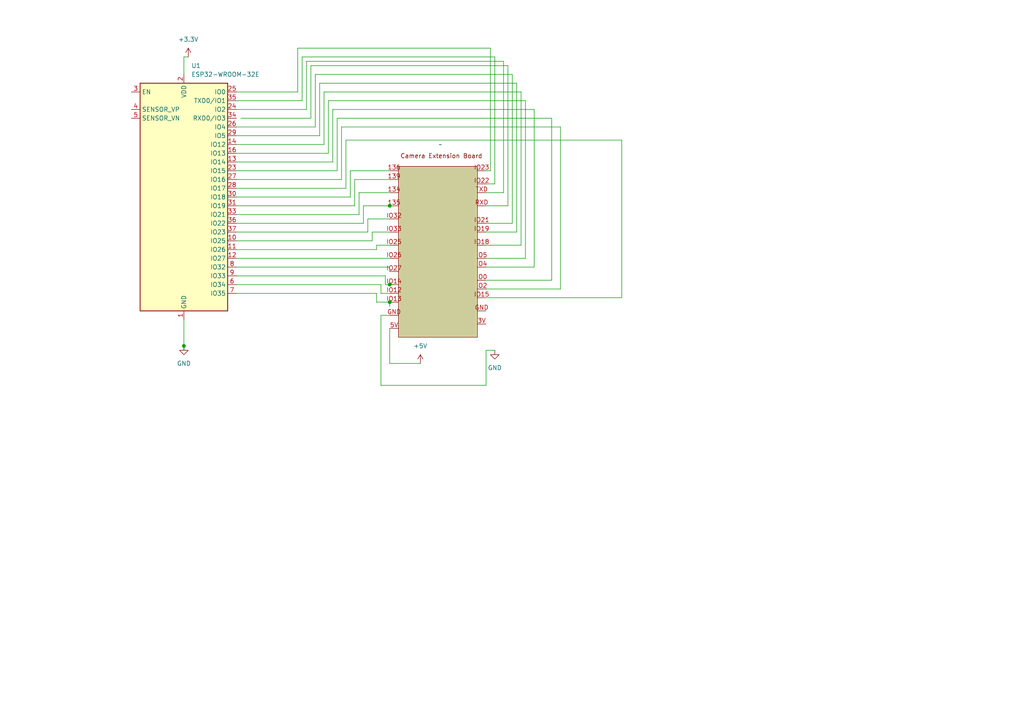
<source format=kicad_sch>
(kicad_sch (version 20250114) (generator "eeschema") (generator_version "9.0")
  (paper "A4")
  (lib_symbols
    (symbol "RF_Module:ESP32-WROOM-32E"
      (property "Reference" "U" (at -12.7 34.29 0))
      (property "Value" "ESP32-WROOM-32E" (at 1.27 34.29 0))
      (symbol "ESP32-WROOM-32E_0_1"
        (rectangle (start -12.7 33.02) (end 12.7 -33.02) (stroke (width 0.254)) (fill (type background)))
      )
      (symbol "ESP32-WROOM-32E_1_1"
        (pin input line (at -15.24 30.48 0) (length 2.54) (name "EN") (number "3"))
        (pin input line (at -15.24 25.4 0) (length 2.54) (name "SENSOR_VP") (number "4"))
        (pin input line (at -15.24 22.86 0) (length 2.54) (name "SENSOR_VN") (number "5"))
        (pin no_connect line (at -12.7 0 0) (length 2.54) (hide yes) (name "NC") (number "21"))
        (pin no_connect line (at -12.7 -2.54 0) (length 2.54) (hide yes) (name "NC") (number "22"))
        (pin no_connect line (at -12.7 -5.08 0) (length 2.54) (hide yes) (name "NC") (number "17"))
        (pin no_connect line (at -12.7 -7.62 0) (length 2.54) (hide yes) (name "NC") (number "18"))
        (pin no_connect line (at -12.7 -10.16 0) (length 2.54) (hide yes) (name "NC") (number "20"))
        (pin no_connect line (at -12.7 -12.7 0) (length 2.54) (hide yes) (name "NC") (number "19"))
        (pin no_connect line (at -12.7 -27.94 0) (length 2.54) (hide yes) (name "NC") (number "32"))
        (pin power_in line (at 0 35.56 270) (length 2.54) (name "VDD") (number "2"))
        (pin power_in line (at 0 -35.56 90) (length 2.54) (name "GND") (number "1"))
        (pin passive line (at 0 -35.56 90) (length 2.54) (hide yes) (name "GND") (number "15"))
        (pin passive line (at 0 -35.56 90) (length 2.54) (hide yes) (name "GND") (number "38"))
        (pin passive line (at 0 -35.56 90) (length 2.54) (hide yes) (name "GND") (number "39"))
        (pin bidirectional line (at 15.24 30.48 180) (length 2.54) (name "IO0") (number "25"))
        (pin bidirectional line (at 15.24 27.94 180) (length 2.54) (name "TXD0/IO1") (number "35"))
        (pin bidirectional line (at 15.24 25.4 180) (length 2.54) (name "IO2") (number "24"))
        (pin bidirectional line (at 15.24 22.86 180) (length 2.54) (name "RXD0/IO3") (number "34"))
        (pin bidirectional line (at 15.24 20.32 180) (length 2.54) (name "IO4") (number "26"))
        (pin bidirectional line (at 15.24 17.78 180) (length 2.54) (name "IO5") (number "29"))
        (pin bidirectional line (at 15.24 15.24 180) (length 2.54) (name "IO12") (number "14"))
        (pin bidirectional line (at 15.24 12.7 180) (length 2.54) (name "IO13") (number "16"))
        (pin bidirectional line (at 15.24 10.16 180) (length 2.54) (name "IO14") (number "13"))
        (pin bidirectional line (at 15.24 7.62 180) (length 2.54) (name "IO15") (number "23"))
        (pin bidirectional line (at 15.24 5.08 180) (length 2.54) (name "IO16") (number "27"))
        (pin bidirectional line (at 15.24 2.54 180) (length 2.54) (name "IO17") (number "28"))
        (pin bidirectional line (at 15.24 0 180) (length 2.54) (name "IO18") (number "30"))
        (pin bidirectional line (at 15.24 -2.54 180) (length 2.54) (name "IO19") (number "31"))
        (pin bidirectional line (at 15.24 -5.08 180) (length 2.54) (name "IO21") (number "33"))
        (pin bidirectional line (at 15.24 -7.62 180) (length 2.54) (name "IO22") (number "36"))
        (pin bidirectional line (at 15.24 -10.16 180) (length 2.54) (name "IO23") (number "37"))
        (pin bidirectional line (at 15.24 -12.7 180) (length 2.54) (name "IO25") (number "10"))
        (pin bidirectional line (at 15.24 -15.24 180) (length 2.54) (name "IO26") (number "11"))
        (pin bidirectional line (at 15.24 -17.78 180) (length 2.54) (name "IO27") (number "12"))
        (pin bidirectional line (at 15.24 -20.32 180) (length 2.54) (name "IO32") (number "8"))
        (pin bidirectional line (at 15.24 -22.86 180) (length 2.54) (name "IO33") (number "9"))
        (pin input line (at 15.24 -25.4 180) (length 2.54) (name "IO34") (number "6"))
        (pin input line (at 15.24 -27.94 180) (length 2.54) (name "IO35") (number "7"))
      )
    )
    (symbol "esp32components:esp32_camera_extension_board" (in_bom no)
      (symbol "esp32_camera_extension_board_0_0"
        (pin input line (at -2.54 45.72 0) (length 2.54) (name "") (number "139"))
        (pin input line (at -2.54 41.91 0) (length 2.54) (name "") (number "134"))
        (pin input line (at -2.54 38.1 0) (length 2.54) (name "") (number "135"))
        (pin bidirectional line (at -2.54 34.29 0) (length 2.54) (name "") (number "IO32"))
        (pin bidirectional line (at -2.54 30.48 0) (length 2.54) (name "") (number "IO33"))
        (pin bidirectional line (at -2.54 26.67 0) (length 2.54) (name "") (number "IO25"))
        (pin bidirectional line (at -2.54 22.86 0) (length 2.54) (name "") (number "IO26"))
        (pin bidirectional line (at -2.54 19.05 0) (length 2.54) (name "") (number "IO27"))
        (pin bidirectional line (at -2.54 15.24 0) (length 2.54) (name "") (number "IO14"))
        (pin bidirectional line (at -2.54 10.16 0) (length 2.54) (name "") (number "IO13"))
        (pin passive line (at -2.54 6.35 0) (length 2.54) (name "") (number "GND"))
        (pin power_out line (at -2.54 2.54 0) (length 2.54) (name "") (number "5V"))
        (pin bidirectional line (at 25.4 48.26 180) (length 2.54) (name "") (number "IO23"))
        (pin bidirectional line (at 25.4 44.45 180) (length 2.54) (name "") (number "IO22"))
        (pin output line (at 25.4 41.91 180) (length 2.54) (name "") (number "TXD"))
        (pin input line (at 25.4 38.1 180) (length 2.54) (name "") (number "RXD"))
        (pin bidirectional line (at 25.4 33.02 180) (length 2.54) (name "") (number "IO21"))
        (pin bidirectional line (at 25.4 26.67 180) (length 2.54) (name "") (number "IO18"))
        (pin bidirectional line (at 25.4 20.32 180) (length 2.54) (name "") (number "IO4"))
        (pin bidirectional line (at 25.4 13.97 180) (length 2.54) (name "") (number "IO2"))
        (pin power_out line (at 25.4 3.81 180) (length 2.54) (name "") (number "3V"))
      )
      (symbol "esp32_camera_extension_board_0_1"
        (rectangle (start 22.86 0) (end 22.86 0) (stroke (width 0) (color 1 1 1 1)))
      )
      (symbol "esp32_camera_extension_board_1_0"
        (pin input line (at -2.54 48.26 0) (length 2.54) (name "") (number "136"))
        (pin bidirectional line (at -2.54 12.7 0) (length 2.54) (name "") (number "IO12"))
        (pin bidirectional line (at 25.4 30.48 180) (length 2.54) (name "") (number "IO19"))
        (pin bidirectional line (at 25.4 22.86 180) (length 2.54) (name "") (number "IO5"))
        (pin bidirectional line (at 25.4 16.51 180) (length 2.54) (name "") (number "IO0"))
        (pin bidirectional line (at 25.4 11.43 180) (length 2.54) (name "") (number "IO15"))
        (pin passive line (at 25.4 7.62 180) (length 2.54) (name "") (number "GND"))
      )
      (symbol "esp32_camera_extension_board_1_1"
        (rectangle (start 0 49.53) (end 0 49.53))
        (rectangle (start 0 49.53) (end 0 49.53))
        (rectangle (start 0 49.53) (end 22.86 0) (fill (type color) (color 205 205 156 1)))
        (rectangle (start 22.86 2.54) (end 22.86 2.54) (stroke (width 0) (color 89 89 89 1)))
        (rectangle (start 22.86 0) (end 22.86 0) (stroke (width 0) (color 1 1 1 1)))
        (rectangle (start 22.86 0) (end 22.86 0) (stroke (width 0) (color 1 1 1 1)) (fill (type outline)))
        (text "Camera Extension Board" (at 12.446 52.578 0) (effects (font (size 1.27 1.27))))
      )
    )
    (symbol "power:+3.3V" (power) (pin_numbers (hide yes)) (pin_names (offset 0) (hide yes))
      (property "Value" "+3.3V" (at 0 3.556 0))
      (symbol "+3.3V_0_1"
        (polyline (pts (xy -0.762 1.27) (xy 0 2.54)))
        (polyline (pts (xy 0 2.54) (xy 0.762 1.27)))
        (polyline (pts (xy 0 0) (xy 0 2.54)))
      )
      (symbol "+3.3V_1_1"
        (pin power_in line (at 0 0 90) (length 0) (name "~") (number "1"))
      )
    )
    (symbol "power:+5V" (power) (pin_numbers (hide yes)) (pin_names (offset 0) (hide yes))
      (property "Value" "+5V" (at 0 3.556 0))
      (symbol "+5V_0_1"
        (polyline (pts (xy -0.762 1.27) (xy 0 2.54)))
        (polyline (pts (xy 0 2.54) (xy 0.762 1.27)))
        (polyline (pts (xy 0 0) (xy 0 2.54)))
      )
      (symbol "+5V_1_1"
        (pin power_in line (at 0 0 90) (length 0) (name "~") (number "1"))
      )
    )
    (symbol "power:GND" (power) (pin_numbers (hide yes)) (pin_names (offset 0) (hide yes))
      (property "Value" "GND" (at 0 -3.81 0))
      (symbol "GND_0_1"
        (polyline (pts (xy 0 0) (xy 0 -1.27) (xy 1.27 -1.27) (xy 0 -2.54) (xy -1.27 -1.27) (xy 0 -1.27)))
      )
      (symbol "GND_1_1"
        (pin power_in line (at 0 0 270) (length 0) (name "~") (number "1"))
      )
    )
  )
  (junction (at 53.34 100.33))
  (junction (at 113.03 59.69))
  (junction (at 113.03 82.55))
  (junction (at 113.03 87.63))
  (wire (pts (xy 110.49 82.55) (xy 110.49 85.09)))
  (wire (pts (xy 113.03 77.47) (xy 113.03 78.74)))
  (wire (pts (xy 110.49 85.09) (xy 113.03 85.09)))
  (wire (pts (xy 111.76 82.55) (xy 113.03 82.55)))
  (wire (pts (xy 107.95 67.31) (xy 113.03 67.31)))
  (wire (pts (xy 87.63 16.51) (xy 143.51 16.51)))
  (wire (pts (xy 91.44 21.59) (xy 148.59 21.59)))
  (wire (pts (xy 100.33 54.61) (xy 100.33 40.64)))
  (wire (pts (xy 146.05 55.88) (xy 140.97 55.88)))
  (wire (pts (xy 113.03 87.63) (xy 113.03 88.9)))
  (wire (pts (xy 113.03 105.41) (xy 113.03 95.25)))
  (wire (pts (xy 53.34 16.51) (xy 54.61 16.51)))
  (wire (pts (xy 104.14 55.88) (xy 113.03 55.88)))
  (wire (pts (xy 101.6 49.53) (xy 113.03 49.53)))
  (wire (pts (xy 86.36 13.97) (xy 142.24 13.97)))
  (wire (pts (xy 68.58 46.99) (xy 96.52 46.99)))
  (wire (pts (xy 68.58 29.21) (xy 87.63 29.21)))
  (wire (pts (xy 160.02 34.29) (xy 160.02 81.28)))
  (wire (pts (xy 96.52 46.99) (xy 96.52 31.75)))
  (wire (pts (xy 68.58 69.85) (xy 107.95 69.85)))
  (wire (pts (xy 86.36 26.67) (xy 86.36 13.97)))
  (wire (pts (xy 143.51 16.51) (xy 143.51 53.34)))
  (wire (pts (xy 53.34 16.51) (xy 53.34 21.59)))
  (wire (pts (xy 140.97 111.76) (xy 140.97 101.6)))
  (wire (pts (xy 88.9 31.75) (xy 88.9 17.78)))
  (wire (pts (xy 97.79 49.53) (xy 97.79 34.29)))
  (wire (pts (xy 93.98 41.91) (xy 93.98 26.67)))
  (wire (pts (xy 95.25 44.45) (xy 95.25 29.21)))
  (wire (pts (xy 90.17 34.29) (xy 90.17 19.05)))
  (wire (pts (xy 110.49 111.76) (xy 140.97 111.76)))
  (wire (pts (xy 68.58 72.39) (xy 109.22 72.39)))
  (wire (pts (xy 99.06 36.83) (xy 162.56 36.83)))
  (wire (pts (xy 160.02 81.28) (xy 140.97 81.28)))
  (wire (pts (xy 152.4 29.21) (xy 152.4 74.93)))
  (wire (pts (xy 68.58 49.53) (xy 97.79 49.53)))
  (wire (pts (xy 100.33 40.64) (xy 180.34 40.64)))
  (wire (pts (xy 68.58 64.77) (xy 105.41 64.77)))
  (wire (pts (xy 68.58 85.09) (xy 109.22 85.09)))
  (wire (pts (xy 110.49 91.44) (xy 110.49 111.76)))
  (wire (pts (xy 69.85 34.29) (xy 90.17 34.29)))
  (wire (pts (xy 113.03 91.44) (xy 110.49 91.44)))
  (wire (pts (xy 154.94 31.75) (xy 154.94 77.47)))
  (wire (pts (xy 140.97 101.6) (xy 143.51 101.6)))
  (wire (pts (xy 68.58 44.45) (xy 95.25 44.45)))
  (wire (pts (xy 142.24 13.97) (xy 142.24 49.53)))
  (wire (pts (xy 68.58 39.37) (xy 92.71 39.37)))
  (wire (pts (xy 97.79 34.29) (xy 160.02 34.29)))
  (wire (pts (xy 147.32 59.69) (xy 140.97 59.69)))
  (wire (pts (xy 53.34 92.71) (xy 53.34 100.33)))
  (wire (pts (xy 92.71 24.13) (xy 149.86 24.13)))
  (wire (pts (xy 113.03 82.55) (xy 114.3 82.55)))
  (wire (pts (xy 68.58 82.55) (xy 110.49 82.55)))
  (wire (pts (xy 68.58 67.31) (xy 106.68 67.31)))
  (wire (pts (xy 68.58 52.07) (xy 99.06 52.07)))
  (wire (pts (xy 95.25 29.21) (xy 152.4 29.21)))
  (wire (pts (xy 93.98 26.67) (xy 151.13 26.67)))
  (wire (pts (xy 101.6 57.15) (xy 101.6 49.53)))
  (wire (pts (xy 102.87 59.69) (xy 102.87 52.07)))
  (wire (pts (xy 88.9 17.78) (xy 146.05 17.78)))
  (wire (pts (xy 151.13 71.12) (xy 140.97 71.12)))
  (wire (pts (xy 151.13 26.67) (xy 151.13 71.12)))
  (wire (pts (xy 109.22 87.63) (xy 113.03 87.63)))
  (wire (pts (xy 140.97 83.82) (xy 162.56 83.82)))
  (wire (pts (xy 148.59 21.59) (xy 148.59 64.77)))
  (wire (pts (xy 68.58 59.69) (xy 102.87 59.69)))
  (wire (pts (xy 68.58 31.75) (xy 88.9 31.75)))
  (wire (pts (xy 68.58 77.47) (xy 113.03 77.47)))
  (wire (pts (xy 180.34 86.36) (xy 140.97 86.36)))
  (wire (pts (xy 68.58 54.61) (xy 100.33 54.61)))
  (wire (pts (xy 90.17 19.05) (xy 147.32 19.05)))
  (wire (pts (xy 68.58 74.93) (xy 113.03 74.93)))
  (wire (pts (xy 68.58 57.15) (xy 101.6 57.15)))
  (wire (pts (xy 140.97 74.93) (xy 152.4 74.93)))
  (wire (pts (xy 68.58 62.23) (xy 104.14 62.23)))
  (wire (pts (xy 68.58 26.67) (xy 86.36 26.67)))
  (wire (pts (xy 91.44 36.83) (xy 91.44 21.59)))
  (wire (pts (xy 148.59 64.77) (xy 140.97 64.77)))
  (wire (pts (xy 106.68 63.5) (xy 113.03 63.5)))
  (wire (pts (xy 147.32 19.05) (xy 147.32 59.69)))
  (wire (pts (xy 146.05 17.78) (xy 146.05 55.88)))
  (wire (pts (xy 104.14 62.23) (xy 104.14 55.88)))
  (wire (pts (xy 180.34 40.64) (xy 180.34 86.36)))
  (wire (pts (xy 142.24 49.53) (xy 140.97 49.53)))
  (wire (pts (xy 113.03 59.69) (xy 114.3 59.69)))
  (wire (pts (xy 105.41 64.77) (xy 105.41 59.69)))
  (wire (pts (xy 107.95 69.85) (xy 107.95 67.31)))
  (wire (pts (xy 109.22 85.09) (xy 109.22 87.63)))
  (wire (pts (xy 154.94 77.47) (xy 140.97 77.47)))
  (wire (pts (xy 68.58 41.91) (xy 93.98 41.91)))
  (wire (pts (xy 106.68 67.31) (xy 106.68 63.5)))
  (wire (pts (xy 111.76 80.01) (xy 111.76 82.55)))
  (wire (pts (xy 92.71 39.37) (xy 92.71 24.13)))
  (wire (pts (xy 102.87 52.07) (xy 113.03 52.07)))
  (wire (pts (xy 162.56 36.83) (xy 162.56 83.82)))
  (wire (pts (xy 99.06 52.07) (xy 99.06 36.83)))
  (wire (pts (xy 68.58 80.01) (xy 111.76 80.01)))
  (wire (pts (xy 121.92 105.41) (xy 113.03 105.41)))
  (wire (pts (xy 53.34 100.33) (xy 53.34 101.6)))
  (wire (pts (xy 105.41 59.69) (xy 113.03 59.69)))
  (wire (pts (xy 109.22 72.39) (xy 109.22 71.12)))
  (wire (pts (xy 96.52 31.75) (xy 154.94 31.75)))
  (wire (pts (xy 149.86 24.13) (xy 149.86 67.31)))
  (wire (pts (xy 68.58 36.83) (xy 91.44 36.83)))
  (wire (pts (xy 109.22 71.12) (xy 113.03 71.12)))
  (wire (pts (xy 140.97 53.34) (xy 143.51 53.34)))
  (wire (pts (xy 149.86 67.31) (xy 140.97 67.31)))
  (wire (pts (xy 87.63 29.21) (xy 87.63 16.51)))
  (symbol (lib_id "esp32components:esp32_camera_extension_board") (at 115.57 97.79 0) (unit 1) (in_bom no)
    (property "Reference" "cam1" (effects (hide yes)))
    (property "Value" "~" (at 127.76 41.91 0))
    (property "Footprint" "Connector_PinHeader_1.00mm:PinHeader_2x13_P1.00mm_Vertical_SMD" (effects (hide yes)))
  )
  (symbol (lib_id "RF_Module:ESP32-WROOM-32E") (at 53.34 57.15 0) (unit 1)
    (property "Reference" "U1" (at 55.4833 19.05 0) (effects (justify left)))
    (property "Value" "ESP32-WROOM-32E" (at 55.4833 21.59 0) (effects (justify left)))
    (property "Footprint" "RF_Module:ESP32-WROOM-32D" (effects (hide yes)))
    (property "Datasheet" "https://www.espressif.com/sites/default/files/documentation/esp32-wroom-32e_esp32-wroom-32ue_datasheet_en.pdf" (effects (hide yes)))
    (property "Description" "RF Module, ESP32-D0WD-V3 SoC, without PSRAM, Wi-Fi 802.11b/g/n, Bluetooth, BLE, 32-bit, 2.7-3.6V, onboard antenna, SMD" (effects (hide yes)))
  )
  (symbol (lib_id "power:GND") (at 143.51 101.6 0) (unit 1)
    (property "Reference" "#PWR02" (effects (hide yes)))
    (property "Value" "GND" (at 143.51 106.68 0))
    (property "Description" "Power symbol creates a global label with name \"GND\" , ground" (effects (hide yes)))
  )
  (symbol (lib_id "power:GND") (at 53.34 100.33 0) (unit 1)
    (property "Reference" "#PWR04" (effects (hide yes)))
    (property "Value" "GND" (at 53.34 105.41 0))
    (property "Description" "Power symbol creates a global label with name \"GND\" , ground" (effects (hide yes)))
  )
  (symbol (lib_id "power:+5V") (at 121.92 105.41 0) (unit 1)
    (property "Reference" "#PWR01" (effects (hide yes)))
    (property "Value" "+5V" (at 121.92 100.33 0))
    (property "Description" "Power symbol creates a global label with name \"+5V\"" (effects (hide yes)))
  )
  (symbol (lib_id "power:+3.3V") (at 54.61 16.51 0) (unit 1)
    (property "Reference" "#PWR03" (effects (hide yes)))
    (property "Value" "+3.3V" (at 54.61 11.43 0))
    (property "Description" "Power symbol creates a global label with name \"+3.3V\"" (effects (hide yes)))
  )
)
</source>
